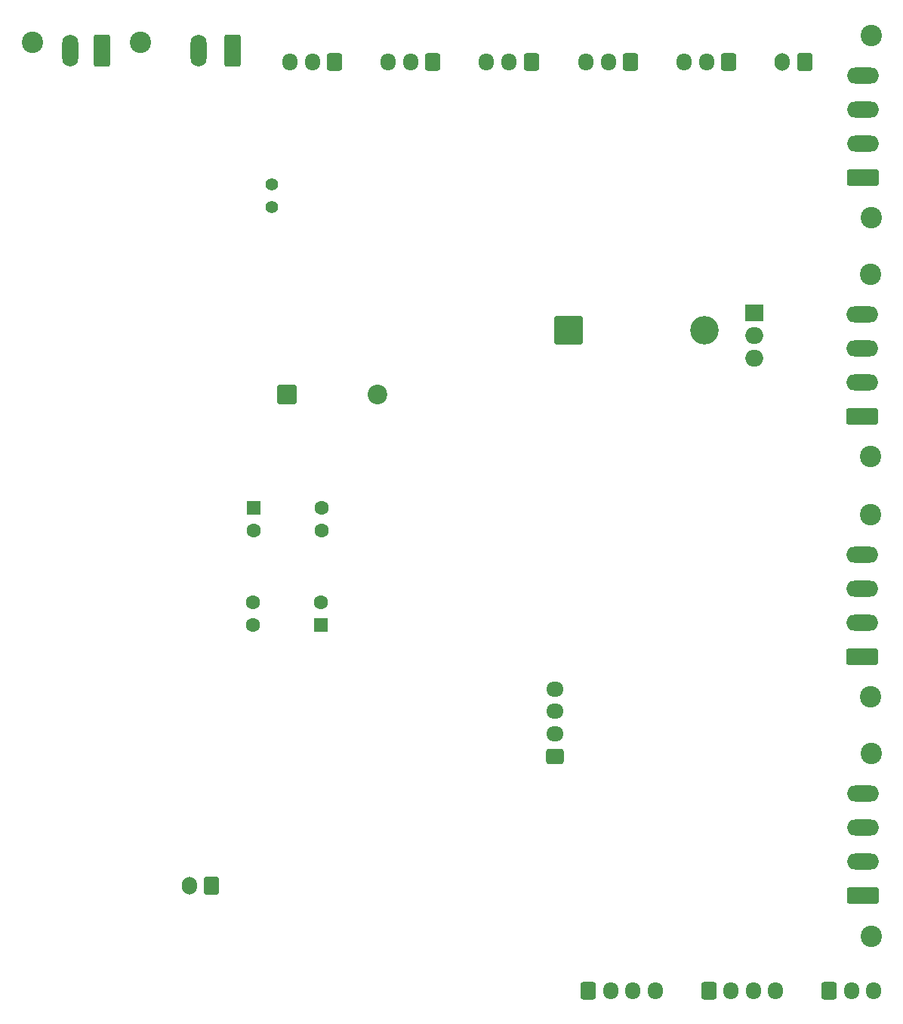
<source format=gbr>
%TF.GenerationSoftware,KiCad,Pcbnew,9.0.2*%
%TF.CreationDate,2025-12-04T18:58:38+01:00*%
%TF.ProjectId,TechStarter,54656368-5374-4617-9274-65722e6b6963,rev?*%
%TF.SameCoordinates,Original*%
%TF.FileFunction,Soldermask,Bot*%
%TF.FilePolarity,Negative*%
%FSLAX46Y46*%
G04 Gerber Fmt 4.6, Leading zero omitted, Abs format (unit mm)*
G04 Created by KiCad (PCBNEW 9.0.2) date 2025-12-04 18:58:38*
%MOMM*%
%LPD*%
G01*
G04 APERTURE LIST*
G04 Aperture macros list*
%AMRoundRect*
0 Rectangle with rounded corners*
0 $1 Rounding radius*
0 $2 $3 $4 $5 $6 $7 $8 $9 X,Y pos of 4 corners*
0 Add a 4 corners polygon primitive as box body*
4,1,4,$2,$3,$4,$5,$6,$7,$8,$9,$2,$3,0*
0 Add four circle primitives for the rounded corners*
1,1,$1+$1,$2,$3*
1,1,$1+$1,$4,$5*
1,1,$1+$1,$6,$7*
1,1,$1+$1,$8,$9*
0 Add four rect primitives between the rounded corners*
20,1,$1+$1,$2,$3,$4,$5,0*
20,1,$1+$1,$4,$5,$6,$7,0*
20,1,$1+$1,$6,$7,$8,$9,0*
20,1,$1+$1,$8,$9,$2,$3,0*%
G04 Aperture macros list end*
%ADD10RoundRect,0.250000X0.600000X0.725000X-0.600000X0.725000X-0.600000X-0.725000X0.600000X-0.725000X0*%
%ADD11O,1.700000X1.950000*%
%ADD12RoundRect,0.250000X-0.600000X-0.725000X0.600000X-0.725000X0.600000X0.725000X-0.600000X0.725000X0*%
%ADD13RoundRect,0.250000X0.650000X1.550000X-0.650000X1.550000X-0.650000X-1.550000X0.650000X-1.550000X0*%
%ADD14O,1.800000X3.600000*%
%ADD15C,2.400000*%
%ADD16RoundRect,0.250000X1.550000X-0.650000X1.550000X0.650000X-1.550000X0.650000X-1.550000X-0.650000X0*%
%ADD17O,3.600000X1.800000*%
%ADD18RoundRect,0.249999X-0.850001X-0.850001X0.850001X-0.850001X0.850001X0.850001X-0.850001X0.850001X0*%
%ADD19C,2.200000*%
%ADD20RoundRect,0.250000X0.550000X0.550000X-0.550000X0.550000X-0.550000X-0.550000X0.550000X-0.550000X0*%
%ADD21C,1.600000*%
%ADD22RoundRect,0.250000X0.725000X-0.600000X0.725000X0.600000X-0.725000X0.600000X-0.725000X-0.600000X0*%
%ADD23O,1.950000X1.700000*%
%ADD24RoundRect,0.250000X-0.550000X-0.550000X0.550000X-0.550000X0.550000X0.550000X-0.550000X0.550000X0*%
%ADD25RoundRect,0.250000X0.600000X0.750000X-0.600000X0.750000X-0.600000X-0.750000X0.600000X-0.750000X0*%
%ADD26O,1.700000X2.000000*%
%ADD27RoundRect,0.250000X-1.350000X-1.350000X1.350000X-1.350000X1.350000X1.350000X-1.350000X1.350000X0*%
%ADD28C,3.200000*%
%ADD29C,1.400000*%
%ADD30R,2.000000X1.905000*%
%ADD31O,2.000000X1.905000*%
G04 APERTURE END LIST*
D10*
%TO.C,J7*%
X235000000Y-30695000D03*
D11*
X232500000Y-30695000D03*
X230000000Y-30695000D03*
%TD*%
D12*
%TO.C,J9*%
X257250000Y-134805000D03*
D11*
X259750000Y-134805000D03*
X262250000Y-134805000D03*
%TD*%
D12*
%TO.C,J18*%
X243750000Y-134805000D03*
D11*
X246250000Y-134805000D03*
X248750000Y-134805000D03*
X251250000Y-134805000D03*
%TD*%
D13*
%TO.C,J16*%
X190350000Y-29432500D03*
D14*
X186540000Y-29432500D03*
%TD*%
D15*
%TO.C,J2*%
X261967500Y-48160000D03*
X261967500Y-27730000D03*
D16*
X261067500Y-43660000D03*
D17*
X261067500Y-39850000D03*
X261067500Y-36040000D03*
X261067500Y-32230000D03*
%TD*%
D18*
%TO.C,D1*%
X196420000Y-68000000D03*
D19*
X206580000Y-68000000D03*
%TD*%
D12*
%TO.C,J15*%
X230250000Y-134805000D03*
D11*
X232750000Y-134805000D03*
X235250000Y-134805000D03*
X237750000Y-134805000D03*
%TD*%
D20*
%TO.C,U10*%
X200305000Y-93775000D03*
D21*
X200305000Y-91235000D03*
X192685000Y-91235000D03*
X192685000Y-93775000D03*
%TD*%
D22*
%TO.C,J14*%
X226475000Y-108500000D03*
D23*
X226475000Y-106000000D03*
X226475000Y-103500000D03*
X226475000Y-101000000D03*
%TD*%
D10*
%TO.C,J10*%
X212800000Y-30695000D03*
D11*
X210300000Y-30695000D03*
X207800000Y-30695000D03*
%TD*%
D15*
%TO.C,J1*%
X261900000Y-74930000D03*
X261900000Y-54500000D03*
D16*
X261000000Y-70430000D03*
D17*
X261000000Y-66620000D03*
X261000000Y-62810000D03*
X261000000Y-59000000D03*
%TD*%
D10*
%TO.C,J11*%
X201800000Y-30695000D03*
D11*
X199300000Y-30695000D03*
X196800000Y-30695000D03*
%TD*%
D15*
%TO.C,J13*%
X179995000Y-28532500D03*
X167895000Y-28532500D03*
D13*
X175695000Y-29432500D03*
D14*
X172195000Y-29432500D03*
%TD*%
D24*
%TO.C,U9*%
X192695000Y-80725000D03*
D21*
X192695000Y-83265000D03*
X200315000Y-83265000D03*
X200315000Y-80725000D03*
%TD*%
D25*
%TO.C,J3*%
X254500000Y-30695000D03*
D26*
X252000000Y-30695000D03*
%TD*%
D10*
%TO.C,J8*%
X223850000Y-30695000D03*
D11*
X221350000Y-30695000D03*
X218850000Y-30695000D03*
%TD*%
D25*
%TO.C,J17*%
X188000000Y-123000000D03*
D26*
X185500000Y-123000000D03*
%TD*%
D15*
%TO.C,J4*%
X261900000Y-101870000D03*
X261900000Y-81440000D03*
D16*
X261000000Y-97370000D03*
D17*
X261000000Y-93560000D03*
X261000000Y-89750000D03*
X261000000Y-85940000D03*
%TD*%
D27*
%TO.C,D4*%
X227995000Y-60750000D03*
D28*
X243235000Y-60750000D03*
%TD*%
D29*
%TO.C,TH1*%
X194750000Y-44460000D03*
X194750000Y-47000000D03*
%TD*%
D15*
%TO.C,J6*%
X261967500Y-128660000D03*
X261967500Y-108230000D03*
D16*
X261067500Y-124160000D03*
D17*
X261067500Y-120350000D03*
X261067500Y-116540000D03*
X261067500Y-112730000D03*
%TD*%
D10*
%TO.C,J5*%
X246000000Y-30695000D03*
D11*
X243500000Y-30695000D03*
X241000000Y-30695000D03*
%TD*%
D30*
%TO.C,Q3*%
X248875000Y-58870000D03*
D31*
X248875000Y-61410000D03*
X248875000Y-63950000D03*
%TD*%
M02*

</source>
